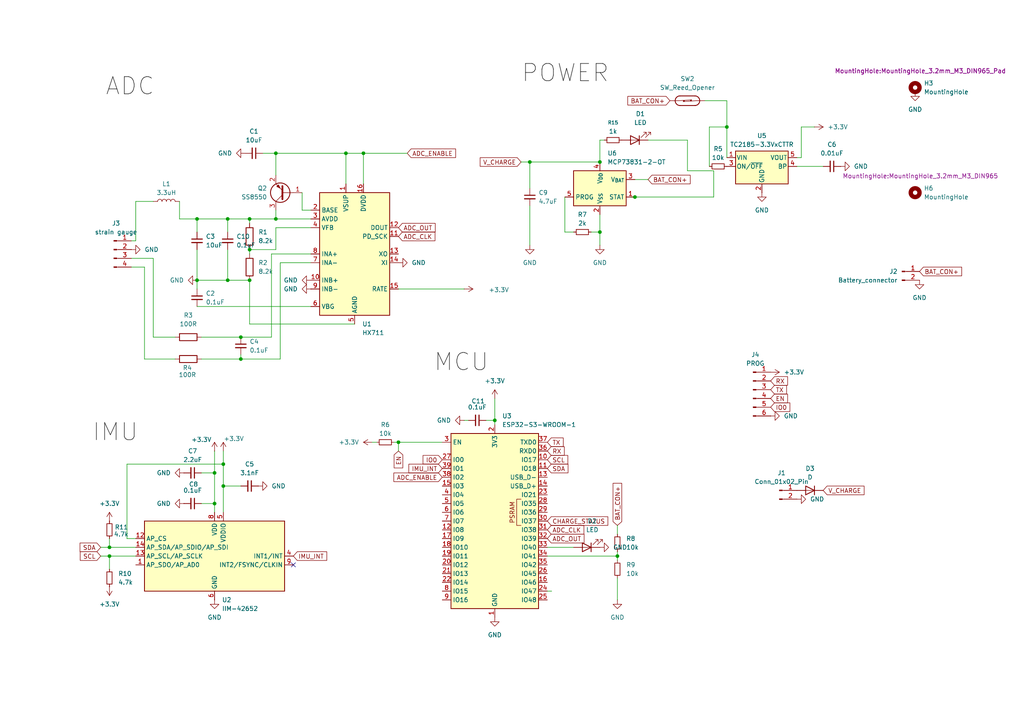
<source format=kicad_sch>
(kicad_sch (version 20250114) (generator "eeschema") (generator_version "9.0")
  (paper "A4")
  (lib_symbols
    (symbol "Analog_ADC:HX711"
      (property "Reference" "U" (at 5.08 21.59 0))
      (property "Value" "HX711" (at 7.62 19.05 0))
      (symbol "HX711_0_1"
        (rectangle (start -10.16 17.78) (end 10.16 -17.78) (stroke (width 0.254)) (fill (type background)))
      )
      (symbol "HX711_1_1"
        (pin passive line (at -12.7 12.7 0) (length 2.54) (name "BASE") (number "2"))
        (pin power_in line (at -12.7 10.16 0) (length 2.54) (name "AVDD") (number "3"))
        (pin input line (at -12.7 7.62 0) (length 2.54) (name "VFB") (number "4"))
        (pin input line (at -12.7 0 0) (length 2.54) (name "INA+") (number "8"))
        (pin input line (at -12.7 -2.54 0) (length 2.54) (name "INA-") (number "7"))
        (pin input line (at -12.7 -7.62 0) (length 2.54) (name "INB+") (number "10"))
        (pin input line (at -12.7 -10.16 0) (length 2.54) (name "INB-") (number "9"))
        (pin passive line (at -12.7 -15.24 0) (length 2.54) (name "VBG") (number "6"))
        (pin power_in line (at -2.54 20.32 270) (length 2.54) (name "VSUP") (number "1"))
        (pin power_in line (at 0 -20.32 90) (length 2.54) (name "AGND") (number "5"))
        (pin power_in line (at 2.54 20.32 270) (length 2.54) (name "DVDD") (number "16"))
        (pin output line (at 12.7 7.62 180) (length 2.54) (name "DOUT") (number "12"))
        (pin input line (at 12.7 5.08 180) (length 2.54) (name "PD_SCK") (number "11"))
        (pin passive line (at 12.7 0 180) (length 2.54) (name "XO") (number "13"))
        (pin passive line (at 12.7 -2.54 180) (length 2.54) (name "XI") (number "14"))
        (pin input line (at 12.7 -10.16 180) (length 2.54) (name "RATE") (number "15"))
      )
    )
    (symbol "Battery_Management:MCP73831-2-OT"
      (property "Reference" "U" (at -7.62 6.35 0))
      (property "Value" "MCP73831-2-OT" (at 1.27 6.35 0))
      (symbol "MCP73831-2-OT_0_1"
        (rectangle (start -7.62 5.08) (end 7.62 -5.08) (stroke (width 0.254)) (fill (type background)))
      )
      (symbol "MCP73831-2-OT_1_1"
        (pin input line (at -10.16 -2.54 0) (length 2.54) (name "PROG") (number "5"))
        (pin power_in line (at 0 7.62 270) (length 2.54) (name "V_{DD}") (number "4"))
        (pin power_in line (at 0 -7.62 90) (length 2.54) (name "V_{SS}") (number "2"))
        (pin power_out line (at 10.16 2.54 180) (length 2.54) (name "V_{BAT}") (number "3"))
        (pin tri_state line (at 10.16 -2.54 180) (length 2.54) (name "STAT") (number "1"))
      )
    )
    (symbol "Connector:Conn_01x02_Pin" (pin_names (offset 1.016) (hide yes))
      (property "Reference" "J" (at 0 2.54 0))
      (property "Value" "Conn_01x02_Pin" (at 0 -5.08 0))
      (symbol "Conn_01x02_Pin_1_1"
        (rectangle (start 0.8636 0.127) (end 0 -0.127) (stroke (width 0.1524)) (fill (type outline)))
        (rectangle (start 0.8636 -2.413) (end 0 -2.667) (stroke (width 0.1524)) (fill (type outline)))
        (polyline (pts (xy 1.27 0) (xy 0.8636 0)) (stroke (width 0.1524)))
        (polyline (pts (xy 1.27 -2.54) (xy 0.8636 -2.54)) (stroke (width 0.1524)))
        (pin passive line (at 5.08 0 180) (length 3.81) (name "Pin_1") (number "1"))
        (pin passive line (at 5.08 -2.54 180) (length 3.81) (name "Pin_2") (number "2"))
      )
    )
    (symbol "Connector:Conn_01x04_Pin" (pin_names (offset 1.016) (hide yes))
      (property "Reference" "J" (at 0 5.08 0))
      (property "Value" "Conn_01x04_Pin" (at 0 -7.62 0))
      (symbol "Conn_01x04_Pin_1_1"
        (rectangle (start 0.8636 2.667) (end 0 2.413) (stroke (width 0.1524)) (fill (type outline)))
        (rectangle (start 0.8636 0.127) (end 0 -0.127) (stroke (width 0.1524)) (fill (type outline)))
        (rectangle (start 0.8636 -2.413) (end 0 -2.667) (stroke (width 0.1524)) (fill (type outline)))
        (rectangle (start 0.8636 -4.953) (end 0 -5.207) (stroke (width 0.1524)) (fill (type outline)))
        (polyline (pts (xy 1.27 2.54) (xy 0.8636 2.54)) (stroke (width 0.1524)))
        (polyline (pts (xy 1.27 0) (xy 0.8636 0)) (stroke (width 0.1524)))
        (polyline (pts (xy 1.27 -2.54) (xy 0.8636 -2.54)) (stroke (width 0.1524)))
        (polyline (pts (xy 1.27 -5.08) (xy 0.8636 -5.08)) (stroke (width 0.1524)))
        (pin passive line (at 5.08 2.54 180) (length 3.81) (name "Pin_1") (number "1"))
        (pin passive line (at 5.08 0 180) (length 3.81) (name "Pin_2") (number "2"))
        (pin passive line (at 5.08 -2.54 180) (length 3.81) (name "Pin_3") (number "3"))
        (pin passive line (at 5.08 -5.08 180) (length 3.81) (name "Pin_4") (number "4"))
      )
    )
    (symbol "Connector:Conn_01x06_Pin" (pin_names (offset 1.016) (hide yes))
      (property "Reference" "J" (at 0 7.62 0))
      (property "Value" "Conn_01x06_Pin" (at 0 -10.16 0))
      (symbol "Conn_01x06_Pin_1_1"
        (rectangle (start 0.8636 5.207) (end 0 4.953) (stroke (width 0.1524)) (fill (type outline)))
        (rectangle (start 0.8636 2.667) (end 0 2.413) (stroke (width 0.1524)) (fill (type outline)))
        (rectangle (start 0.8636 0.127) (end 0 -0.127) (stroke (width 0.1524)) (fill (type outline)))
        (rectangle (start 0.8636 -2.413) (end 0 -2.667) (stroke (width 0.1524)) (fill (type outline)))
        (rectangle (start 0.8636 -4.953) (end 0 -5.207) (stroke (width 0.1524)) (fill (type outline)))
        (rectangle (start 0.8636 -7.493) (end 0 -7.747) (stroke (width 0.1524)) (fill (type outline)))
        (polyline (pts (xy 1.27 5.08) (xy 0.8636 5.08)) (stroke (width 0.1524)))
        (polyline (pts (xy 1.27 2.54) (xy 0.8636 2.54)) (stroke (width 0.1524)))
        (polyline (pts (xy 1.27 0) (xy 0.8636 0)) (stroke (width 0.1524)))
        (polyline (pts (xy 1.27 -2.54) (xy 0.8636 -2.54)) (stroke (width 0.1524)))
        (polyline (pts (xy 1.27 -5.08) (xy 0.8636 -5.08)) (stroke (width 0.1524)))
        (polyline (pts (xy 1.27 -7.62) (xy 0.8636 -7.62)) (stroke (width 0.1524)))
        (pin passive line (at 5.08 5.08 180) (length 3.81) (name "Pin_1") (number "1"))
        (pin passive line (at 5.08 2.54 180) (length 3.81) (name "Pin_2") (number "2"))
        (pin passive line (at 5.08 0 180) (length 3.81) (name "Pin_3") (number "3"))
        (pin passive line (at 5.08 -2.54 180) (length 3.81) (name "Pin_4") (number "4"))
        (pin passive line (at 5.08 -5.08 180) (length 3.81) (name "Pin_5") (number "5"))
        (pin passive line (at 5.08 -7.62 180) (length 3.81) (name "Pin_6") (number "6"))
      )
    )
    (symbol "Device:C_Small" (pin_numbers (hide yes)) (pin_names (offset 0.254) (hide yes))
      (property "Reference" "C" (at 0.254 1.778 0))
      (property "Value" "C_Small" (at 0.254 -2.032 0))
      (symbol "C_Small_0_1"
        (polyline (pts (xy -1.524 0.508) (xy 1.524 0.508)) (stroke (width 0.3048)))
        (polyline (pts (xy -1.524 -0.508) (xy 1.524 -0.508)) (stroke (width 0.3302)))
      )
      (symbol "C_Small_1_1"
        (pin passive line (at 0 2.54 270) (length 2.032) (name "~") (number "1"))
        (pin passive line (at 0 -2.54 90) (length 2.032) (name "~") (number "2"))
      )
    )
    (symbol "Device:D" (pin_numbers (hide yes)) (pin_names (offset 1.016) (hide yes))
      (property "Reference" "D" (at 0 2.54 0))
      (property "Value" "D" (at 0 -2.54 0))
      (symbol "D_0_1"
        (polyline (pts (xy -1.27 1.27) (xy -1.27 -1.27)) (stroke (width 0.254)))
        (polyline (pts (xy 1.27 1.27) (xy 1.27 -1.27) (xy -1.27 0) (xy 1.27 1.27)) (stroke (width 0.254)))
        (polyline (pts (xy 1.27 0) (xy -1.27 0)))
      )
      (symbol "D_1_1"
        (pin passive line (at -3.81 0 0) (length 2.54) (name "K") (number "1"))
        (pin passive line (at 3.81 0 180) (length 2.54) (name "A") (number "2"))
      )
    )
    (symbol "Device:L" (pin_numbers (hide yes)) (pin_names (offset 1.016) (hide yes))
      (property "Reference" "L" (at -1.27 0 90))
      (property "Value" "L" (at 1.905 0 90))
      (symbol "L_0_1"
        (arc (start 0 2.54) (mid 0.6323 1.905) (end 0 1.27))
        (arc (start 0 1.27) (mid 0.6323 0.635) (end 0 0))
        (arc (start 0 0) (mid 0.6323 -0.635) (end 0 -1.27))
        (arc (start 0 -1.27) (mid 0.6323 -1.905) (end 0 -2.54))
      )
      (symbol "L_1_1"
        (pin passive line (at 0 3.81 270) (length 1.27) (name "1") (number "1"))
        (pin passive line (at 0 -3.81 90) (length 1.27) (name "2") (number "2"))
      )
    )
    (symbol "Device:LED" (pin_numbers (hide yes)) (pin_names (offset 1.016) (hide yes))
      (property "Reference" "D" (at 0 2.54 0))
      (property "Value" "LED" (at 0 -2.54 0))
      (symbol "LED_0_1"
        (polyline (pts (xy -3.048 -0.762) (xy -4.572 -2.286) (xy -3.81 -2.286) (xy -4.572 -2.286) (xy -4.572 -1.524)))
        (polyline (pts (xy -1.778 -0.762) (xy -3.302 -2.286) (xy -2.54 -2.286) (xy -3.302 -2.286) (xy -3.302 -1.524)))
        (polyline (pts (xy -1.27 0) (xy 1.27 0)))
        (polyline (pts (xy -1.27 -1.27) (xy -1.27 1.27)) (stroke (width 0.254)))
        (polyline (pts (xy 1.27 -1.27) (xy 1.27 1.27) (xy -1.27 0) (xy 1.27 -1.27)) (stroke (width 0.254)))
      )
      (symbol "LED_1_1"
        (pin passive line (at -3.81 0 0) (length 2.54) (name "K") (number "1"))
        (pin passive line (at 3.81 0 180) (length 2.54) (name "A") (number "2"))
      )
    )
    (symbol "Device:R" (pin_numbers (hide yes)) (pin_names (offset 0))
      (property "Reference" "R" (at 2.032 0 90))
      (property "Value" "R" (at 0 0 90))
      (symbol "R_0_1"
        (rectangle (start -1.016 -2.54) (end 1.016 2.54) (stroke (width 0.254)))
      )
      (symbol "R_1_1"
        (pin passive line (at 0 3.81 270) (length 1.27) (name "~") (number "1"))
        (pin passive line (at 0 -3.81 90) (length 1.27) (name "~") (number "2"))
      )
    )
    (symbol "Device:R_Small" (pin_numbers (hide yes)) (pin_names (offset 0.254) (hide yes))
      (property "Reference" "R" (at 0.762 0.508 0))
      (property "Value" "R_Small" (at 0.762 -1.016 0))
      (symbol "R_Small_0_1"
        (rectangle (start -0.762 1.778) (end 0.762 -1.778) (stroke (width 0.2032)))
      )
      (symbol "R_Small_1_1"
        (pin passive line (at 0 2.54 270) (length 0.762) (name "~") (number "1"))
        (pin passive line (at 0 -2.54 90) (length 0.762) (name "~") (number "2"))
      )
    )
    (symbol "Mechanical:MountingHole" (pin_names (offset 1.016)) (in_bom no)
      (property "Reference" "H" (at 0 5.08 0))
      (property "Value" "MountingHole" (at 0 3.175 0))
      (symbol "MountingHole_0_1"
        (circle (center 0 0) (radius 1.27) (stroke (width 1.27)))
      )
    )
    (symbol "RF_Module:ESP32-S3-WROOM-1"
      (property "Reference" "U" (at -12.7 26.67 0))
      (property "Value" "ESP32-S3-WROOM-1" (at 12.7 26.67 0))
      (symbol "ESP32-S3-WROOM-1_0_0"
        (rectangle (start -12.7 25.4) (end 12.7 -25.4) (stroke (width 0.254)) (fill (type background)))
        (text "PSRAM" (at 5.08 2.54 900) (effects (font (size 1.27 1.27))))
      )
      (symbol "ESP32-S3-WROOM-1_0_1"
        (polyline (pts (xy 7.62 -1.27) (xy 6.35 -1.27) (xy 6.35 6.35) (xy 7.62 6.35)))
      )
      (symbol "ESP32-S3-WROOM-1_1_1"
        (pin input line (at -15.24 22.86 0) (length 2.54) (name "EN") (number "3"))
        (pin bidirectional line (at -15.24 17.78 0) (length 2.54) (name "IO0") (number "27"))
        (pin bidirectional line (at -15.24 15.24 0) (length 2.54) (name "IO1") (number "39"))
        (pin bidirectional line (at -15.24 12.7 0) (length 2.54) (name "IO2") (number "38"))
        (pin bidirectional line (at -15.24 10.16 0) (length 2.54) (name "IO3") (number "15"))
        (pin bidirectional line (at -15.24 7.62 0) (length 2.54) (name "IO4") (number "4"))
        (pin bidirectional line (at -15.24 5.08 0) (length 2.54) (name "IO5") (number "5"))
        (pin bidirectional line (at -15.24 2.54 0) (length 2.54) (name "IO6") (number "6"))
        (pin bidirectional line (at -15.24 0 0) (length 2.54) (name "IO7") (number "7"))
        (pin bidirectional line (at -15.24 -2.54 0) (length 2.54) (name "IO8") (number "12"))
        (pin bidirectional line (at -15.24 -5.08 0) (length 2.54) (name "IO9") (number "17"))
        (pin bidirectional line (at -15.24 -7.62 0) (length 2.54) (name "IO10") (number "18"))
        (pin bidirectional line (at -15.24 -10.16 0) (length 2.54) (name "IO11") (number "19"))
        (pin bidirectional line (at -15.24 -12.7 0) (length 2.54) (name "IO12") (number "20"))
        (pin bidirectional line (at -15.24 -15.24 0) (length 2.54) (name "IO13") (number "21"))
        (pin bidirectional line (at -15.24 -17.78 0) (length 2.54) (name "IO14") (number "22"))
        (pin bidirectional line (at -15.24 -20.32 0) (length 2.54) (name "IO15") (number "8"))
        (pin bidirectional line (at -15.24 -22.86 0) (length 2.54) (name "IO16") (number "9"))
        (pin power_in line (at 0 27.94 270) (length 2.54) (name "3V3") (number "2"))
        (pin power_in line (at 0 -27.94 90) (length 2.54) (name "GND") (number "1"))
        (pin passive line (at 0 -27.94 90) (length 2.54) (hide yes) (name "GND") (number "40"))
        (pin passive line (at 0 -27.94 90) (length 2.54) (hide yes) (name "GND") (number "41"))
        (pin bidirectional line (at 15.24 22.86 180) (length 2.54) (name "TXD0") (number "37"))
        (pin bidirectional line (at 15.24 20.32 180) (length 2.54) (name "RXD0") (number "36"))
        (pin bidirectional line (at 15.24 17.78 180) (length 2.54) (name "IO17") (number "10"))
        (pin bidirectional line (at 15.24 15.24 180) (length 2.54) (name "IO18") (number "11"))
        (pin bidirectional line (at 15.24 12.7 180) (length 2.54) (name "USB_D-") (number "13"))
        (pin bidirectional line (at 15.24 10.16 180) (length 2.54) (name "USB_D+") (number "14"))
        (pin bidirectional line (at 15.24 7.62 180) (length 2.54) (name "IO21") (number "23"))
        (pin bidirectional line (at 15.24 5.08 180) (length 2.54) (name "IO35") (number "28"))
        (pin bidirectional line (at 15.24 2.54 180) (length 2.54) (name "IO36") (number "29"))
        (pin bidirectional line (at 15.24 0 180) (length 2.54) (name "IO37") (number "30"))
        (pin bidirectional line (at 15.24 -2.54 180) (length 2.54) (name "IO38") (number "31"))
        (pin bidirectional line (at 15.24 -5.08 180) (length 2.54) (name "IO39") (number "32"))
        (pin bidirectional line (at 15.24 -7.62 180) (length 2.54) (name "IO40") (number "33"))
        (pin bidirectional line (at 15.24 -10.16 180) (length 2.54) (name "IO41") (number "34"))
        (pin bidirectional line (at 15.24 -12.7 180) (length 2.54) (name "IO42") (number "35"))
        (pin bidirectional line (at 15.24 -15.24 180) (length 2.54) (name "IO45") (number "26"))
        (pin bidirectional line (at 15.24 -17.78 180) (length 2.54) (name "IO46") (number "16"))
        (pin bidirectional line (at 15.24 -20.32 180) (length 2.54) (name "IO47") (number "24"))
        (pin bidirectional line (at 15.24 -22.86 180) (length 2.54) (name "IO48") (number "25"))
      )
    )
    (symbol "R_Small_1" (pin_numbers (hide yes)) (pin_names (offset 0.254) (hide yes))
      (property "Reference" "R" (at 0 0 90))
      (property "Value" "R_Small" (at 1.778 0 90))
      (symbol "R_Small_1_0_1"
        (rectangle (start -0.762 1.778) (end 0.762 -1.778) (stroke (width 0.2032)))
      )
      (symbol "R_Small_1_1_1"
        (pin passive line (at 0 2.54 270) (length 0.762) (name "~") (number "1"))
        (pin passive line (at 0 -2.54 90) (length 0.762) (name "~") (number "2"))
      )
    )
    (symbol "Regulator_Linear:TC2185-3.3VxCTTR" (pin_names (offset 0.254))
      (property "Reference" "U" (at -6.35 5.715 0))
      (property "Value" "TC2185-3.3VxCTTR" (at 0 5.715 0))
      (symbol "TC2185-3.3VxCTTR_0_1"
        (rectangle (start -7.62 -5.08) (end 7.62 4.445) (stroke (width 0.254)) (fill (type background)))
      )
      (symbol "TC2185-3.3VxCTTR_1_1"
        (pin power_in line (at -10.16 2.54 0) (length 2.54) (name "VIN") (number "1"))
        (pin input line (at -10.16 0 0) (length 2.54) (name "ON/~{OFF}") (number "3"))
        (pin power_in line (at 0 -7.62 90) (length 2.54) (name "GND") (number "2"))
        (pin power_out line (at 10.16 2.54 180) (length 2.54) (name "VOUT") (number "5"))
        (pin input line (at 10.16 0 180) (length 2.54) (name "BP") (number "4"))
      )
    )
    (symbol "Sensor_Motion:IIM-42652"
      (property "Reference" "U" (at -19.05 11.43 0))
      (property "Value" "IIM-42652" (at 15.24 11.43 0))
      (symbol "IIM-42652_0_1"
        (rectangle (start -20.32 10.16) (end 20.32 -10.16) (stroke (width 0.254)) (fill (type background)))
      )
      (symbol "IIM-42652_1_1"
        (pin input line (at -22.86 5.08 0) (length 2.54) (name "AP_CS") (number "12"))
        (pin bidirectional line (at -22.86 2.54 0) (length 2.54) (name "AP_SDA/AP_SDIO/AP_SDI") (number "14"))
        (pin input line (at -22.86 0 0) (length 2.54) (name "AP_SCL/AP_SCLK") (number "13"))
        (pin input line (at -22.86 -2.54 0) (length 2.54) (name "AP_SDO/AP_AD0") (number "1"))
        (pin power_in line (at 0 12.7 270) (length 2.54) (name "VDD") (number "8"))
        (pin power_in line (at 0 -12.7 90) (length 2.54) (name "GND") (number "6"))
        (pin passive line (at 0 -12.7 90) (length 2.54) (hide yes) (name "GND") (number "7"))
        (pin power_in line (at 2.54 12.7 270) (length 2.54) (name "VDDIO") (number "5"))
        (pin no_connect line (at 20.32 7.62 180) (length 2.54) (hide yes) (name "RESV") (number "2"))
        (pin no_connect line (at 20.32 5.08 180) (length 2.54) (hide yes) (name "RESV") (number "3"))
        (pin no_connect line (at 20.32 2.54 180) (length 2.54) (hide yes) (name "RESV") (number "10"))
        (pin no_connect line (at 20.32 -7.62 180) (length 2.54) (hide yes) (name "RESV") (number "11"))
        (pin output line (at 22.86 0 180) (length 2.54) (name "INT1/INT") (number "4"))
        (pin bidirectional line (at 22.86 -2.54 180) (length 2.54) (name "INT2/FSYNC/CLKIN") (number "9"))
      )
    )
    (symbol "Switch:SW_Reed_Opener" (pin_numbers (hide yes)) (pin_names (offset 0) (hide yes))
      (property "Reference" "SW" (at 0 2.54 0))
      (property "Value" "SW_Reed_Opener" (at 0 -2.54 0))
      (symbol "SW_Reed_Opener_0_0"
        (polyline (pts (xy -2.54 0) (xy 1.27 0.254)))
        (polyline (pts (xy -2.159 -1.397) (xy 2.286 -1.397)) (stroke (width 0.254)))
        (arc (start -2.159 -1.397) (mid -3.55 0) (end -2.159 1.397) (stroke (width 0.254)))
        (arc (start 2.159 1.397) (mid 3.55 0) (end 2.159 -1.397) (stroke (width 0.254)))
        (polyline (pts (xy 2.159 1.397) (xy -2.159 1.397)) (stroke (width 0.254)))
        (polyline (pts (xy 2.54 0) (xy -1.27 -0.254)))
      )
      (symbol "SW_Reed_Opener_0_1"
        (rectangle (start -1.1684 0.0508) (end -0.8636 -0.2032) (fill (type outline)))
        (rectangle (start 0.889 0.1778) (end 1.143 -0.0762) (fill (type outline)))
      )
      (symbol "SW_Reed_Opener_1_1"
        (pin passive line (at -5.08 0 0) (length 2.54) (name "1") (number "1"))
        (pin passive line (at 5.08 0 180) (length 2.54) (name "2") (number "2"))
      )
    )
    (symbol "Transistor_BJT:SS8550" (pin_names (offset 0) (hide yes))
      (property "Reference" "Q" (at 5.08 1.905 0))
      (property "Value" "SS8550" (at 5.08 0 0))
      (symbol "SS8550_0_1"
        (polyline (pts (xy -2.54 0) (xy 0.635 0)))
        (polyline (pts (xy 0.635 1.905) (xy 0.635 -1.905)) (stroke (width 0.508)))
        (polyline (pts (xy 0.635 0.635) (xy 2.54 2.54)))
        (polyline (pts (xy 0.635 -0.635) (xy 2.54 -2.54)))
        (circle (center 1.27 0) (radius 2.8194) (stroke (width 0.254)))
        (polyline (pts (xy 2.286 -1.778) (xy 1.778 -2.286) (xy 1.27 -1.27) (xy 2.286 -1.778)) (fill (type outline)))
      )
      (symbol "SS8550_1_1"
        (pin input line (at -5.08 0 0) (length 2.54) (name "B") (number "1"))
        (pin passive line (at 2.54 5.08 270) (length 2.54) (name "C") (number "3"))
        (pin passive line (at 2.54 -5.08 90) (length 2.54) (name "E") (number "2"))
      )
    )
    (symbol "power:+3.3V" (power) (pin_numbers (hide yes)) (pin_names (offset 0) (hide yes))
      (property "Value" "+3.3V" (at 0 3.556 0))
      (symbol "+3.3V_0_1"
        (polyline (pts (xy -0.762 1.27) (xy 0 2.54)))
        (polyline (pts (xy 0 2.54) (xy 0.762 1.27)))
        (polyline (pts (xy 0 0) (xy 0 2.54)))
      )
      (symbol "+3.3V_1_1"
        (pin power_in line (at 0 0 90) (length 0) (name "~") (number "1"))
      )
    )
    (symbol "power:GND" (power) (pin_numbers (hide yes)) (pin_names (offset 0) (hide yes))
      (property "Value" "GND" (at 0 -3.81 0))
      (symbol "GND_0_1"
        (polyline (pts (xy 0 0) (xy 0 -1.27) (xy 1.27 -1.27) (xy 0 -2.54) (xy -1.27 -1.27) (xy 0 -1.27)))
      )
      (symbol "GND_1_1"
        (pin power_in line (at 0 0 270) (length 0) (name "~") (number "1"))
      )
    )
  )
  (junction (at 64.77 140.97))
  (junction (at 115.57 128.27))
  (junction (at 72.39 63.5))
  (junction (at 173.99 67.31))
  (junction (at 69.85 104.14))
  (junction (at 173.99 46.99))
  (junction (at 179.07 161.29))
  (junction (at 72.39 72.39))
  (junction (at 69.85 97.79))
  (junction (at 57.15 81.28))
  (junction (at 62.23 146.05))
  (junction (at 31.75 161.29))
  (junction (at 66.04 81.28))
  (junction (at 66.04 63.5))
  (junction (at 64.77 134.62))
  (junction (at 57.15 63.5))
  (junction (at 72.39 81.28))
  (junction (at 100.33 44.45))
  (junction (at 80.01 44.45))
  (junction (at 62.23 137.16))
  (junction (at 210.82 36.83))
  (junction (at 184.15 57.15))
  (junction (at 105.41 44.45))
  (junction (at 31.75 158.75))
  (junction (at 80.01 63.5))
  (junction (at 153.67 46.99))
  (junction (at 143.51 121.92))
  (no_connect (at 85.09 163.83))
  (wire (pts (xy 36.83 134.62) (xy 36.83 156.21)))
  (wire (pts (xy 80.01 63.5) (xy 90.17 63.5)))
  (wire (pts (xy 187.96 52.07) (xy 184.15 52.07)))
  (wire (pts (xy 179.07 161.29) (xy 179.07 162.56)))
  (wire (pts (xy 100.33 44.45) (xy 100.33 53.34)))
  (wire (pts (xy 44.45 97.79) (xy 44.45 74.93)))
  (wire (pts (xy 171.45 67.31) (xy 173.99 67.31)))
  (wire (pts (xy 173.99 40.64) (xy 175.26 40.64)))
  (wire (pts (xy 29.21 161.29) (xy 31.75 161.29)))
  (wire (pts (xy 39.37 58.42) (xy 44.45 58.42)))
  (wire (pts (xy 140.97 121.92) (xy 143.51 121.92)))
  (wire (pts (xy 107.95 128.27) (xy 109.22 128.27)))
  (wire (pts (xy 205.74 36.83) (xy 210.82 36.83)))
  (wire (pts (xy 105.41 44.45) (xy 118.11 44.45)))
  (wire (pts (xy 143.51 121.92) (xy 143.51 123.19)))
  (wire (pts (xy 90.17 76.2) (xy 81.28 76.2)))
  (wire (pts (xy 72.39 63.5) (xy 80.01 63.5)))
  (wire (pts (xy 182.88 57.15) (xy 184.15 57.15)))
  (wire (pts (xy 57.15 88.9) (xy 90.17 88.9)))
  (wire (pts (xy 58.42 146.05) (xy 62.23 146.05)))
  (wire (pts (xy 31.75 156.21) (xy 31.75 158.75)))
  (wire (pts (xy 179.07 152.4) (xy 179.07 154.94)))
  (wire (pts (xy 80.01 66.04) (xy 80.01 72.39)))
  (wire (pts (xy 210.82 29.21) (xy 204.47 29.21)))
  (wire (pts (xy 87.63 60.96) (xy 90.17 60.96)))
  (wire (pts (xy 57.15 72.39) (xy 57.15 81.28)))
  (wire (pts (xy 115.57 83.82) (xy 134.62 83.82)))
  (wire (pts (xy 31.75 158.75) (xy 39.37 158.75)))
  (wire (pts (xy 66.04 63.5) (xy 66.04 67.31)))
  (wire (pts (xy 210.82 29.21) (xy 210.82 36.83)))
  (wire (pts (xy 158.75 161.29) (xy 179.07 161.29)))
  (wire (pts (xy 166.37 158.75) (xy 158.75 158.75)))
  (wire (pts (xy 72.39 72.39) (xy 72.39 73.66)))
  (wire (pts (xy 179.07 160.02) (xy 179.07 161.29)))
  (wire (pts (xy 58.42 104.14) (xy 69.85 104.14)))
  (wire (pts (xy 41.91 104.14) (xy 41.91 77.47)))
  (wire (pts (xy 100.33 44.45) (xy 105.41 44.45)))
  (wire (pts (xy 232.41 36.83) (xy 232.41 45.72)))
  (wire (pts (xy 36.83 134.62) (xy 64.77 134.62)))
  (wire (pts (xy 143.51 115.57) (xy 143.51 121.92)))
  (wire (pts (xy 66.04 63.5) (xy 72.39 63.5)))
  (wire (pts (xy 114.3 128.27) (xy 115.57 128.27)))
  (wire (pts (xy 78.74 73.66) (xy 78.74 97.79)))
  (wire (pts (xy 64.77 134.62) (xy 64.77 140.97)))
  (wire (pts (xy 69.85 102.87) (xy 69.85 104.14)))
  (wire (pts (xy 62.23 130.81) (xy 62.23 137.16)))
  (wire (pts (xy 207.01 49.53) (xy 207.01 57.15)))
  (wire (pts (xy 134.62 121.92) (xy 135.89 121.92)))
  (wire (pts (xy 76.2 44.45) (xy 80.01 44.45)))
  (wire (pts (xy 72.39 72.39) (xy 80.01 72.39)))
  (wire (pts (xy 87.63 55.88) (xy 87.63 60.96)))
  (wire (pts (xy 210.82 36.83) (xy 210.82 45.72)))
  (wire (pts (xy 57.15 81.28) (xy 57.15 83.82)))
  (wire (pts (xy 173.99 46.99) (xy 173.99 40.64)))
  (wire (pts (xy 115.57 130.81) (xy 115.57 128.27)))
  (wire (pts (xy 38.1 74.93) (xy 44.45 74.93)))
  (wire (pts (xy 62.23 146.05) (xy 62.23 148.59)))
  (wire (pts (xy 153.67 46.99) (xy 173.99 46.99)))
  (wire (pts (xy 160.02 171.45) (xy 158.75 171.45)))
  (wire (pts (xy 80.01 44.45) (xy 100.33 44.45)))
  (wire (pts (xy 173.99 67.31) (xy 173.99 71.12)))
  (wire (pts (xy 57.15 63.5) (xy 66.04 63.5)))
  (wire (pts (xy 81.28 76.2) (xy 81.28 104.14)))
  (wire (pts (xy 64.77 130.81) (xy 64.77 134.62)))
  (wire (pts (xy 80.01 44.45) (xy 80.01 50.8)))
  (wire (pts (xy 80.01 60.96) (xy 80.01 63.5)))
  (wire (pts (xy 31.75 161.29) (xy 39.37 161.29)))
  (wire (pts (xy 105.41 44.45) (xy 105.41 53.34)))
  (wire (pts (xy 153.67 59.69) (xy 153.67 71.12)))
  (wire (pts (xy 58.42 137.16) (xy 62.23 137.16)))
  (wire (pts (xy 236.22 36.83) (xy 232.41 36.83)))
  (wire (pts (xy 58.42 97.79) (xy 69.85 97.79)))
  (wire (pts (xy 38.1 69.85) (xy 39.37 69.85)))
  (wire (pts (xy 153.67 46.99) (xy 153.67 54.61)))
  (wire (pts (xy 36.83 156.21) (xy 39.37 156.21)))
  (wire (pts (xy 151.13 46.99) (xy 153.67 46.99)))
  (wire (pts (xy 50.8 104.14) (xy 41.91 104.14)))
  (wire (pts (xy 205.74 48.26) (xy 205.74 36.83)))
  (wire (pts (xy 57.15 63.5) (xy 52.07 63.5)))
  (wire (pts (xy 64.77 140.97) (xy 69.85 140.97)))
  (wire (pts (xy 52.07 63.5) (xy 52.07 58.42)))
  (wire (pts (xy 102.87 93.98) (xy 72.39 93.98)))
  (wire (pts (xy 31.75 161.29) (xy 31.75 165.1)))
  (wire (pts (xy 184.15 57.15) (xy 207.01 57.15)))
  (wire (pts (xy 179.07 167.64) (xy 179.07 173.99)))
  (wire (pts (xy 64.77 140.97) (xy 64.77 148.59)))
  (wire (pts (xy 72.39 81.28) (xy 72.39 93.98)))
  (wire (pts (xy 173.99 62.23) (xy 173.99 67.31)))
  (wire (pts (xy 187.96 40.64) (xy 199.39 40.64)))
  (wire (pts (xy 163.83 57.15) (xy 163.83 67.31)))
  (wire (pts (xy 90.17 66.04) (xy 80.01 66.04)))
  (wire (pts (xy 199.39 40.64) (xy 199.39 49.53)))
  (wire (pts (xy 66.04 81.28) (xy 72.39 81.28)))
  (wire (pts (xy 50.8 97.79) (xy 44.45 97.79)))
  (wire (pts (xy 115.57 128.27) (xy 128.27 128.27)))
  (wire (pts (xy 62.23 137.16) (xy 62.23 146.05)))
  (wire (pts (xy 199.39 49.53) (xy 207.01 49.53)))
  (wire (pts (xy 57.15 81.28) (xy 66.04 81.28)))
  (wire (pts (xy 69.85 97.79) (xy 78.74 97.79)))
  (wire (pts (xy 238.76 48.26) (xy 231.14 48.26)))
  (wire (pts (xy 39.37 58.42) (xy 39.37 69.85)))
  (wire (pts (xy 57.15 67.31) (xy 57.15 63.5)))
  (wire (pts (xy 38.1 77.47) (xy 41.91 77.47)))
  (wire (pts (xy 66.04 72.39) (xy 66.04 81.28)))
  (wire (pts (xy 69.85 104.14) (xy 81.28 104.14)))
  (wire (pts (xy 90.17 73.66) (xy 78.74 73.66)))
  (wire (pts (xy 29.21 158.75) (xy 31.75 158.75)))
  (wire (pts (xy 166.37 67.31) (xy 163.83 67.31)))
  (wire (pts (xy 232.41 45.72) (xy 231.14 45.72)))
  (wire (pts (xy 72.39 63.5) (xy 72.39 64.77)))
  (label "IMU" (at 26.67 129.54 0) (effects (font (size 5 5))))
  (label "POWER" (at 151.13 25.4 0) (effects (font (size 5 5))))
  (label "MCU" (at 125.73 109.22 0) (effects (font (size 5 5))))
  (label "ADC" (at 30.48 29.21 0) (effects (font (size 5 5))))
  (global_label "CHARGE_STATUS" (shape input) (at 158.75 151.13 0) (property "Intersheetrefs" "${INTERSHEET_REFS}" (effects (hide yes))))
  (global_label "EN" (shape input) (at 115.57 130.81 270) (property "Intersheetrefs" "${INTERSHEET_REFS}" (effects (hide yes))))
  (global_label "V_CHARGE" (shape input) (at 151.13 46.99 180) (property "Intersheetrefs" "${INTERSHEET_REFS}" (effects (hide yes))))
  (global_label "EN" (shape input) (at 223.52 115.57 0) (property "Intersheetrefs" "${INTERSHEET_REFS}" (effects (hide yes))))
  (global_label "ADC_ENABLE" (shape input) (at 118.11 44.45 0) (property "Intersheetrefs" "${INTERSHEET_REFS}" (effects (hide yes))))
  (global_label "V_CHARGE" (shape input) (at 238.76 142.24 0) (property "Intersheetrefs" "${INTERSHEET_REFS}" (effects (hide yes))))
  (global_label "SCL" (shape input) (at 29.21 161.29 180) (property "Intersheetrefs" "${INTERSHEET_REFS}" (effects (hide yes))))
  (global_label "ADC_ENABLE" (shape input) (at 128.27 138.43 180) (property "Intersheetrefs" "${INTERSHEET_REFS}" (effects (hide yes))))
  (global_label "IMU_INT" (shape input) (at 128.27 135.89 180) (property "Intersheetrefs" "${INTERSHEET_REFS}" (effects (hide yes))))
  (global_label "IO0" (shape input) (at 223.52 118.11 0) (property "Intersheetrefs" "${INTERSHEET_REFS}" (effects (hide yes))))
  (global_label "ADC_CLK" (shape input) (at 158.75 153.67 0) (property "Intersheetrefs" "${INTERSHEET_REFS}" (effects (hide yes))))
  (global_label "RX" (shape input) (at 223.52 110.49 0) (property "Intersheetrefs" "${INTERSHEET_REFS}" (effects (hide yes))))
  (global_label "ADC_CLK" (shape input) (at 115.57 68.58 0) (property "Intersheetrefs" "${INTERSHEET_REFS}" (effects (hide yes))))
  (global_label "SCL" (shape input) (at 158.75 133.35 0) (property "Intersheetrefs" "${INTERSHEET_REFS}" (effects (hide yes))))
  (global_label "SDA" (shape input) (at 29.21 158.75 180) (property "Intersheetrefs" "${INTERSHEET_REFS}" (effects (hide yes))))
  (global_label "BAT_CON+" (shape input) (at 266.7 78.74 0) (property "Intersheetrefs" "${INTERSHEET_REFS}" (effects (hide yes))))
  (global_label "IMU_INT" (shape input) (at 85.09 161.29 0) (property "Intersheetrefs" "${INTERSHEET_REFS}" (effects (hide yes))))
  (global_label "IO0" (shape input) (at 128.27 133.35 180) (property "Intersheetrefs" "${INTERSHEET_REFS}" (effects (hide yes))))
  (global_label "BAT_CON+" (shape input) (at 179.07 152.4 90) (property "Intersheetrefs" "${INTERSHEET_REFS}" (effects (hide yes))))
  (global_label "BAT_CON+" (shape input) (at 194.31 29.21 180) (property "Intersheetrefs" "${INTERSHEET_REFS}" (effects (hide yes))))
  (global_label "SDA" (shape input) (at 158.75 135.89 0) (property "Intersheetrefs" "${INTERSHEET_REFS}" (effects (hide yes))))
  (global_label "TX" (shape input) (at 158.75 128.27 0) (property "Intersheetrefs" "${INTERSHEET_REFS}" (effects (hide yes))))
  (global_label "TX" (shape input) (at 223.52 113.03 0) (property "Intersheetrefs" "${INTERSHEET_REFS}" (effects (hide yes))))
  (global_label "ADC_OUT" (shape input) (at 158.75 156.21 0) (property "Intersheetrefs" "${INTERSHEET_REFS}" (effects (hide yes))))
  (global_label "ADC_OUT" (shape input) (at 115.57 66.04 0) (property "Intersheetrefs" "${INTERSHEET_REFS}" (effects (hide yes))))
  (global_label "BAT_CON+" (shape input) (at 187.96 52.07 0) (property "Intersheetrefs" "${INTERSHEET_REFS}" (effects (hide yes))))
  (global_label "RX" (shape input) (at 158.75 130.81 0) (property "Intersheetrefs" "${INTERSHEET_REFS}" (effects (hide yes))))
  (symbol (lib_id "power:GND") (at 38.1 72.39 90) (unit 1)
    (property "Reference" "#PWR07" (effects (hide yes)))
    (property "Value" "GND" (at 41.91 72.3899 90) (effects (justify right)))
    (property "Description" "Power symbol creates a global label with name \"GND\" , ground" (effects (hide yes)))
  )
  (symbol (lib_id "Mechanical:MountingHole") (at 265.43 25.4 0) (unit 1) (in_bom no)
    (property "Reference" "H3" (at 267.97 24.1299 0) (effects (justify left)))
    (property "Value" "MountingHole" (at 267.97 26.6699 0) (effects (justify left)))
    (property "Footprint" "MountingHole:MountingHole_3.2mm_M3_DIN965_Pad" (at 266.954 20.574 0))
    (property "Description" "Mounting Hole without connection" (effects (hide yes)))
  )
  (symbol (lib_id "power:GND") (at 266.7 81.28 0) (unit 1)
    (property "Reference" "#PWR023" (effects (hide yes)))
    (property "Value" "GND" (at 266.7 86.36 0))
    (property "Description" "Power symbol creates a global label with name \"GND\" , ground" (effects (hide yes)))
  )
  (symbol (lib_id "power:GND") (at 231.14 144.78 90) (unit 1)
    (property "Reference" "#PWR029" (effects (hide yes)))
    (property "Value" "GND" (at 234.95 144.7799 90) (effects (justify right)))
    (property "Description" "Power symbol creates a global label with name \"GND\" , ground" (effects (hide yes)))
  )
  (symbol (lib_id "Device:C_Small") (at 72.39 140.97 270) (unit 1)
    (property "Reference" "C5" (at 72.3836 134.62 90))
    (property "Value" "3.1nF" (at 72.3836 137.16 90))
    (property "Footprint" "Capacitor_SMD:C_0603_1608Metric" (effects (hide yes)))
    (property "Description" "Unpolarized capacitor, small symbol" (effects (hide yes)))
  )
  (symbol (lib_id "power:GND") (at 90.17 81.28 270) (unit 1)
    (property "Reference" "#PWR06" (effects (hide yes)))
    (property "Value" "GND" (at 86.36 81.2799 90) (effects (justify right)))
    (property "Description" "Power symbol creates a global label with name \"GND\" , ground" (effects (hide yes)))
  )
  (symbol (lib_id "power:+3.3V") (at 236.22 36.83 270) (unit 1)
    (property "Reference" "#PWR020" (effects (hide yes)))
    (property "Value" "+3.3V" (at 240.03 36.8299 90) (effects (justify left)))
    (property "Description" "Power symbol creates a global label with name \"+3.3V\"" (effects (hide yes)))
  )
  (symbol (lib_id "Device:LED") (at 170.18 158.75 180) (unit 1)
    (property "Reference" "D2" (at 171.7675 151.13 0))
    (property "Value" "LED" (at 171.7675 153.67 0))
    (property "Footprint" "LED_SMD:LED_0603_1608Metric_Pad1.05x0.95mm_HandSolder" (effects (hide yes)))
    (property "Description" "Light emitting diode" (effects (hide yes)))
    (property "Sim.Pins" "1=K 2=A" (effects (hide yes)))
  )
  (symbol (lib_id "Device:R") (at 72.39 68.58 0) (unit 1)
    (property "Reference" "R1" (at 74.93 67.3099 0) (effects (justify left)))
    (property "Value" "8.2k" (at 74.93 69.8499 0) (effects (justify left)))
    (property "Footprint" "Resistor_SMD:R_0603_1608Metric" (effects (hide yes)))
    (property "Description" "Resistor" (effects (hide yes)))
  )
  (symbol (lib_id "Device:C_Small") (at 69.85 100.33 0) (unit 1)
    (property "Reference" "C4" (at 72.39 99.0662 0) (effects (justify left)))
    (property "Value" "0.1uF" (at 72.39 101.6062 0) (effects (justify left)))
    (property "Footprint" "Capacitor_SMD:C_0603_1608Metric" (effects (hide yes)))
    (property "Description" "Unpolarized capacitor, small symbol" (effects (hide yes)))
  )
  (symbol (lib_id "Transistor_BJT:SS8550") (at 82.55 55.88 180) (unit 1)
    (property "Reference" "Q2" (at 77.47 54.6099 0) (effects (justify left)))
    (property "Value" "SS8550" (at 77.47 57.1499 0) (effects (justify left)))
    (property "Footprint" "Package_TO_SOT_SMD:SOT-23" (effects (hide yes)))
    (property "Datasheet" "http://www.secosgmbh.com/datasheet/products/SSMPTransistor/SOT-23/SS8550.pdf" (effects (hide yes)))
    (property "Description" "General Purpose PNP Transistor, 1.5A Ic, 25V Vce, SOT-23" (effects (hide yes)))
  )
  (symbol (lib_id "Connector:Conn_01x06_Pin") (at 218.44 113.03 0) (unit 1)
    (property "Reference" "J4" (at 219.075 102.87 0))
    (property "Value" "PROG" (at 219.075 105.41 0))
    (property "Footprint" "Connector_PinHeader_1.27mm:PinHeader_2x03_P1.27mm_Vertical" (effects (hide yes)))
    (property "Description" "Generic connector, single row, 01x06, script generated" (effects (hide yes)))
  )
  (symbol (lib_id "power:GND") (at 223.52 120.65 90) (unit 1)
    (property "Reference" "#PWR033" (effects (hide yes)))
    (property "Value" "GND" (at 227.33 120.6499 90) (effects (justify right)))
    (property "Description" "Power symbol creates a global label with name \"GND\" , ground" (effects (hide yes)))
  )
  (symbol (lib_id "power:GND") (at 173.99 158.75 90) (unit 1)
    (property "Reference" "#PWR028" (effects (hide yes)))
    (property "Value" "GND" (at 177.8 158.7499 90) (effects (justify right)))
    (property "Description" "Power symbol creates a global label with name \"GND\" , ground" (effects (hide yes)))
  )
  (symbol (lib_id "power:GND") (at 153.67 71.12 0) (unit 1)
    (property "Reference" "#PWR026" (effects (hide yes)))
    (property "Value" "GND" (at 153.67 76.2 0))
    (property "Description" "Power symbol creates a global label with name \"GND\" , ground" (effects (hide yes)))
  )
  (symbol (lib_name "R_Small_1") (lib_id "Device:R_Small") (at 177.8 40.64 90) (unit 1)
    (property "Reference" "R15" (at 177.8 35.56 90) (effects (font (size 1.016 1.016))))
    (property "Value" "1k" (at 177.8 38.1 90))
    (property "Footprint" "Resistor_SMD:R_0603_1608Metric" (effects (hide yes)))
    (property "Description" "Resistor, small symbol" (effects (hide yes)))
  )
  (symbol (lib_id "power:GND") (at 220.98 55.88 0) (unit 1)
    (property "Reference" "#PWR019" (effects (hide yes)))
    (property "Value" "GND" (at 220.98 60.96 0))
    (property "Description" "Power symbol creates a global label with name \"GND\" , ground" (effects (hide yes)))
  )
  (symbol (lib_id "Device:R") (at 54.61 97.79 270) (unit 1)
    (property "Reference" "R3" (at 54.61 91.44 90))
    (property "Value" "100R" (at 54.61 93.98 90))
    (property "Footprint" "Resistor_SMD:R_0603_1608Metric" (effects (hide yes)))
    (property "Description" "Resistor" (effects (hide yes)))
  )
  (symbol (lib_id "Device:C_Small") (at 138.43 121.92 270) (unit 1)
    (property "Reference" "C11" (at 138.684 116.332 90))
    (property "Value" "0.1uF" (at 138.4236 118.11 90))
    (property "Footprint" "Capacitor_SMD:C_0603_1608Metric" (effects (hide yes)))
    (property "Description" "Unpolarized capacitor, small symbol" (effects (hide yes)))
  )
  (symbol (lib_id "power:GND") (at 53.34 137.16 270) (unit 1)
    (property "Reference" "#PWR013" (effects (hide yes)))
    (property "Value" "GND" (at 49.53 137.1599 90) (effects (justify right)))
    (property "Description" "Power symbol creates a global label with name \"GND\" , ground" (effects (hide yes)))
  )
  (symbol (lib_id "Device:R_Small") (at 208.28 48.26 90) (unit 1)
    (property "Reference" "R5" (at 208.28 43.18 90))
    (property "Value" "10k" (at 208.28 45.72 90))
    (property "Footprint" "Resistor_SMD:R_0603_1608Metric" (effects (hide yes)))
    (property "Description" "Resistor, small symbol" (effects (hide yes)))
  )
  (symbol (lib_id "power:+3.3V") (at 143.51 115.57 0) (unit 1)
    (property "Reference" "#PWR015" (effects (hide yes)))
    (property "Value" "+3.3V" (at 143.51 110.49 0))
    (property "Description" "Power symbol creates a global label with name \"+3.3V\"" (effects (hide yes)))
  )
  (symbol (lib_id "Device:C_Small") (at 57.15 69.85 0) (unit 1)
    (property "Reference" "C3" (at 59.69 68.5862 0) (effects (justify left)))
    (property "Value" "10uF" (at 59.69 71.1262 0) (effects (justify left)))
    (property "Footprint" "Capacitor_SMD:C_0603_1608Metric" (effects (hide yes)))
    (property "Description" "Unpolarized capacitor, small symbol" (effects (hide yes)))
  )
  (symbol (lib_id "power:GND") (at 173.99 71.12 0) (unit 1)
    (property "Reference" "#PWR027" (effects (hide yes)))
    (property "Value" "GND" (at 173.99 76.2 0))
    (property "Description" "Power symbol creates a global label with name \"GND\" , ground" (effects (hide yes)))
  )
  (symbol (lib_id "power:GND") (at 179.07 173.99 0) (unit 1)
    (property "Reference" "#PWR024" (effects (hide yes)))
    (property "Value" "GND" (at 179.07 179.07 0))
    (property "Description" "Power symbol creates a global label with name \"GND\" , ground" (effects (hide yes)))
  )
  (symbol (lib_id "Device:R_Small") (at 31.75 153.67 0) (unit 1)
    (property "Reference" "R11" (at 33.274 152.908 0) (effects (justify left)))
    (property "Value" "4.7k" (at 33.02 154.94 0) (effects (justify left)))
    (property "Footprint" "Resistor_SMD:R_0603_1608Metric" (effects (hide yes)))
    (property "Description" "Resistor, small symbol" (effects (hide yes)))
  )
  (symbol (lib_id "power:+3.3V") (at 134.62 83.82 270) (unit 1)
    (property "Reference" "#PWR01" (effects (hide yes)))
    (property "Value" "+3.3V" (at 141.732 84.074 90) (effects (justify left)))
    (property "Description" "Power symbol creates a global label with name \"+3.3V\"" (effects (hide yes)))
  )
  (symbol (lib_id "power:GND") (at 243.84 48.26 90) (unit 1)
    (property "Reference" "#PWR021" (effects (hide yes)))
    (property "Value" "GND" (at 247.65 48.2599 90) (effects (justify right)))
    (property "Description" "Power symbol creates a global label with name \"GND\" , ground" (effects (hide yes)))
  )
  (symbol (lib_id "Battery_Management:MCP73831-2-OT") (at 173.99 54.61 0) (unit 1)
    (property "Reference" "U6" (at 176.1841 44.45 0) (effects (justify left)))
    (property "Value" "MCP73831-2-OT" (at 176.1841 46.99 0) (effects (justify left)))
    (property "Footprint" "Package_TO_SOT_SMD:SOT-23-5" (effects (hide yes)))
    (property "Datasheet" "http://ww1.microchip.com/downloads/en/DeviceDoc/20001984g.pdf" (effects (hide yes)))
    (property "Description" "Single cell, Li-Ion/Li-Po charge management controller, 4.20V, Tri-State Status Output, in SOT23-5 package" (effects (hide yes)))
  )
  (symbol (lib_id "Device:C_Small") (at 73.66 44.45 270) (unit 1)
    (property "Reference" "C1" (at 73.6536 38.1 90))
    (property "Value" "10uF" (at 73.6536 40.64 90))
    (property "Footprint" "Capacitor_SMD:C_0603_1608Metric" (effects (hide yes)))
    (property "Description" "Unpolarized capacitor, small symbol" (effects (hide yes)))
  )
  (symbol (lib_id "Connector:Conn_01x02_Pin") (at 226.06 142.24 0) (unit 1)
    (property "Reference" "J1" (at 226.695 137.16 0))
    (property "Value" "Conn_01x02_Pin" (at 226.695 139.7 0))
    (property "Footprint" "Connector_PinHeader_2.54mm:PinHeader_1x02_P2.54mm_Vertical" (effects (hide yes)))
    (property "Description" "Generic connector, single row, 01x02, script generated" (effects (hide yes)))
  )
  (symbol (lib_id "power:GND") (at 134.62 121.92 270) (unit 1)
    (property "Reference" "#PWR032" (effects (hide yes)))
    (property "Value" "GND" (at 130.81 121.9199 90) (effects (justify right)))
    (property "Description" "Power symbol creates a global label with name \"GND\" , ground" (effects (hide yes)))
  )
  (symbol (lib_id "Device:C_Small") (at 57.15 86.36 0) (unit 1)
    (property "Reference" "C2" (at 59.69 85.0962 0) (effects (justify left)))
    (property "Value" "0.1uF" (at 59.69 87.6362 0) (effects (justify left)))
    (property "Footprint" "Capacitor_SMD:C_0603_1608Metric" (effects (hide yes)))
    (property "Description" "Unpolarized capacitor, small symbol" (effects (hide yes)))
  )
  (symbol (lib_id "Device:R") (at 72.39 77.47 0) (unit 1)
    (property "Reference" "R2" (at 74.93 76.1999 0) (effects (justify left)))
    (property "Value" "8.2k" (at 74.93 78.7399 0) (effects (justify left)))
    (property "Footprint" "Resistor_SMD:R_0603_1608Metric" (effects (hide yes)))
    (property "Description" "Resistor" (effects (hide yes)))
  )
  (symbol (lib_id "Device:C_Small") (at 153.67 57.15 0) (unit 1)
    (property "Reference" "C9" (at 156.21 55.8862 0) (effects (justify left)))
    (property "Value" "4.7uF" (at 156.21 58.4262 0) (effects (justify left)))
    (property "Footprint" "Capacitor_SMD:C_0603_1608Metric" (effects (hide yes)))
    (property "Description" "Unpolarized capacitor, small symbol" (effects (hide yes)))
  )
  (symbol (lib_id "Device:R") (at 54.61 104.14 270) (unit 1)
    (property "Reference" "R4" (at 54.356 106.68 90))
    (property "Value" "100R" (at 54.356 108.712 90))
    (property "Footprint" "Resistor_SMD:R_0603_1608Metric" (effects (hide yes)))
    (property "Description" "Resistor" (effects (hide yes)))
  )
  (symbol (lib_id "Device:C_Small") (at 241.3 48.26 270) (unit 1)
    (property "Reference" "C6" (at 241.2936 41.91 90))
    (property "Value" "0.01uF" (at 241.2936 44.45 90))
    (property "Footprint" "Capacitor_SMD:C_0603_1608Metric" (effects (hide yes)))
    (property "Description" "Unpolarized capacitor, small symbol" (effects (hide yes)))
  )
  (symbol (lib_id "power:+3.3V") (at 64.77 130.81 0) (unit 1)
    (property "Reference" "#PWR010" (effects (hide yes)))
    (property "Value" "+3.3V" (at 67.818 127.254 0))
    (property "Description" "Power symbol creates a global label with name \"+3.3V\"" (effects (hide yes)))
  )
  (symbol (lib_id "Device:C_Small") (at 55.88 137.16 270) (unit 1)
    (property "Reference" "C7" (at 55.8736 130.81 90))
    (property "Value" "2.2uF" (at 55.8736 133.35 90))
    (property "Footprint" "Capacitor_SMD:C_0603_1608Metric" (effects (hide yes)))
    (property "Description" "Unpolarized capacitor, small symbol" (effects (hide yes)))
  )
  (symbol (lib_id "Sensor_Motion:IIM-42652") (at 62.23 161.29 0) (unit 1)
    (property "Reference" "U2" (at 64.3733 173.99 0) (effects (justify left)))
    (property "Value" "IIM-42652" (at 64.3733 176.53 0) (effects (justify left)))
    (property "Footprint" "Package_LGA:Bosch_LGA-14_3x2.5mm_P0.5mm" (effects (hide yes)))
    (property "Datasheet" "https://invensense.tdk.com/wp-content/uploads/2021/01/ds-000440_iim-42652-datasheet.pdf" (effects (hide yes)))
    (property "Description" "6-axis MEMS gyroscope/accelerometer, I2C/I3C/SPI interface, 1.71 to 3.3V, LGA-14" (effects (hide yes)))
  )
  (symbol (lib_id "Device:R_Small") (at 168.91 67.31 90) (unit 1)
    (property "Reference" "R7" (at 168.91 62.23 90))
    (property "Value" "2k" (at 168.91 64.77 90))
    (property "Footprint" "Resistor_SMD:R_0603_1608Metric" (effects (hide yes)))
    (property "Description" "Resistor, small symbol" (effects (hide yes)))
  )
  (symbol (lib_id "Device:D") (at 234.95 142.24 180) (unit 1)
    (property "Reference" "D3" (at 234.95 135.89 0))
    (property "Value" "D" (at 234.95 138.43 0))
    (property "Footprint" "Diode_SMD:D_0603_1608Metric" (effects (hide yes)))
    (property "Description" "Diode" (effects (hide yes)))
    (property "Sim.Device" "D" (effects (hide yes)))
    (property "Sim.Pins" "1=K 2=A" (effects (hide yes)))
  )
  (symbol (lib_id "Device:R_Small") (at 111.76 128.27 90) (unit 1)
    (property "Reference" "R6" (at 111.76 123.19 90))
    (property "Value" "10k" (at 111.76 125.73 90))
    (property "Footprint" "Resistor_SMD:R_0603_1608Metric" (effects (hide yes)))
    (property "Description" "Resistor, small symbol" (effects (hide yes)))
  )
  (symbol (lib_id "power:+3.3V") (at 62.23 130.81 0) (unit 1)
    (property "Reference" "#PWR011" (effects (hide yes)))
    (property "Value" "+3.3V" (at 58.42 127.508 0))
    (property "Description" "Power symbol creates a global label with name \"+3.3V\"" (effects (hide yes)))
  )
  (symbol (lib_id "power:+3.3V") (at 107.95 128.27 90) (unit 1)
    (property "Reference" "#PWR022" (effects (hide yes)))
    (property "Value" "+3.3V" (at 104.14 128.2699 90) (effects (justify left)))
    (property "Description" "Power symbol creates a global label with name \"+3.3V\"" (effects (hide yes)))
  )
  (symbol (lib_id "power:+3.3V") (at 31.75 170.18 180) (unit 1)
    (property "Reference" "#PWR031" (effects (hide yes)))
    (property "Value" "+3.3V" (at 31.75 175.26 0))
    (property "Description" "Power symbol creates a global label with name \"+3.3V\"" (effects (hide yes)))
  )
  (symbol (lib_id "Regulator_Linear:TC2185-3.3VxCTTR") (at 220.98 48.26 0) (unit 1)
    (property "Reference" "U5" (at 220.98 39.37 0))
    (property "Value" "TC2185-3.3VxCTTR" (at 220.98 41.91 0))
    (property "Footprint" "Package_TO_SOT_SMD:SOT-23-5" (effects (hide yes)))
    (property "Datasheet" "http://ww1.microchip.com/downloads/en/DeviceDoc/21662F.pdf" (effects (hide yes)))
    (property "Description" "3.3V 150mA CMOS LDO with Shutdown and Vref Bypass, SOT-23-5" (effects (hide yes)))
  )
  (symbol (lib_id "power:+3.3V") (at 31.75 151.13 0) (unit 1)
    (property "Reference" "#PWR030" (effects (hide yes)))
    (property "Value" "+3.3V" (at 31.75 146.05 0))
    (property "Description" "Power symbol creates a global label with name \"+3.3V\"" (effects (hide yes)))
  )
  (symbol (lib_id "Device:L") (at 48.26 58.42 90) (unit 1)
    (property "Reference" "L1" (at 48.26 53.34 90))
    (property "Value" "3.3uH" (at 48.26 55.88 90))
    (property "Footprint" "Inductor_SMD:L_0603_1608Metric" (effects (hide yes)))
    (property "Description" "Inductor" (effects (hide yes)))
  )
  (symbol (lib_id "Device:C_Small") (at 55.88 146.05 270) (unit 1)
    (property "Reference" "C8" (at 56.134 140.462 90))
    (property "Value" "0.1uF" (at 55.8736 142.24 90))
    (property "Footprint" "Capacitor_SMD:C_0603_1608Metric" (effects (hide yes)))
    (property "Description" "Unpolarized capacitor, small symbol" (effects (hide yes)))
  )
  (symbol (lib_id "Device:R_Small") (at 31.75 167.64 0) (unit 1)
    (property "Reference" "R10" (at 34.29 166.3699 0) (effects (justify left)))
    (property "Value" "4.7k" (at 34.29 168.9099 0) (effects (justify left)))
    (property "Footprint" "Resistor_SMD:R_0603_1608Metric" (effects (hide yes)))
    (property "Description" "Resistor, small symbol" (effects (hide yes)))
  )
  (symbol (lib_id "power:GND") (at 57.15 81.28 270) (unit 1)
    (property "Reference" "#PWR08" (effects (hide yes)))
    (property "Value" "GND" (at 53.34 81.2799 90) (effects (justify right)))
    (property "Description" "Power symbol creates a global label with name \"GND\" , ground" (effects (hide yes)))
  )
  (symbol (lib_id "power:GND") (at 62.23 173.99 0) (unit 1)
    (property "Reference" "#PWR09" (effects (hide yes)))
    (property "Value" "GND" (at 62.23 179.07 0))
    (property "Description" "Power symbol creates a global label with name \"GND\" , ground" (effects (hide yes)))
  )
  (symbol (lib_id "RF_Module:ESP32-S3-WROOM-1") (at 143.51 151.13 0) (unit 1)
    (property "Reference" "U3" (at 145.6533 120.65 0) (effects (justify left)))
    (property "Value" "ESP32-S3-WROOM-1" (at 145.6533 123.19 0) (effects (justify left)))
    (property "Footprint" "RF_Module:ESP32-S3-WROOM-1" (effects (hide yes)))
    (property "Datasheet" "https://www.espressif.com/sites/default/files/documentation/esp32-s3-wroom-1_wroom-1u_datasheet_en.pdf" (effects (hide yes)))
    (property "Description" "RF Module, ESP32-S3 SoC, Wi-Fi 802.11b/g/n, Bluetooth, BLE, 32-bit, 3.3V, onboard antenna, SMD" (effects (hide yes)))
  )
  (symbol (lib_id "power:GND") (at 74.93 140.97 90) (unit 1)
    (property "Reference" "#PWR012" (effects (hide yes)))
    (property "Value" "GND" (at 78.74 140.9699 90) (effects (justify right)))
    (property "Description" "Power symbol creates a global label with name \"GND\" , ground" (effects (hide yes)))
  )
  (symbol (lib_id "Device:LED") (at 184.15 40.64 180) (unit 1)
    (property "Reference" "D1" (at 185.7375 33.02 0))
    (property "Value" "LED" (at 185.7375 35.56 0))
    (property "Footprint" "LED_SMD:LED_0603_1608Metric_Pad1.05x0.95mm_HandSolder" (effects (hide yes)))
    (property "Description" "Light emitting diode" (effects (hide yes)))
    (property "Sim.Pins" "1=K 2=A" (effects (hide yes)))
  )
  (symbol (lib_id "power:GND") (at 115.57 76.2 90) (unit 1)
    (property "Reference" "#PWR04" (effects (hide yes)))
    (property "Value" "GND" (at 119.38 76.1999 90) (effects (justify right)))
    (property "Description" "Power symbol creates a global label with name \"GND\" , ground" (effects (hide yes)))
  )
  (symbol (lib_id "power:GND") (at 90.17 83.82 270) (unit 1)
    (property "Reference" "#PWR05" (effects (hide yes)))
    (property "Value" "GND" (at 86.36 83.8199 90) (effects (justify right)))
    (property "Description" "Power symbol creates a global label with name \"GND\" , ground" (effects (hide yes)))
  )
  (symbol (lib_id "power:+3.3V") (at 223.52 107.95 270) (unit 1)
    (property "Reference" "#PWR017" (effects (hide yes)))
    (property "Value" "+3.3V" (at 227.33 107.9499 90) (effects (justify left)))
    (property "Description" "Power symbol creates a global label with name \"+3.3V\"" (effects (hide yes)))
  )
  (symbol (lib_id "Device:R_Small") (at 179.07 165.1 0) (unit 1)
    (property "Reference" "R9" (at 181.61 163.8299 0) (effects (justify left)))
    (property "Value" "10k" (at 181.61 166.3699 0) (effects (justify left)))
    (property "Footprint" "Resistor_SMD:R_0603_1608Metric" (effects (hide yes)))
    (property "Description" "Resistor, small symbol" (effects (hide yes)))
  )
  (symbol (lib_id "Connector:Conn_01x04_Pin") (at 33.02 72.39 0) (unit 1)
    (property "Reference" "J3" (at 33.655 64.77 0))
    (property "Value" "strain gauge" (at 33.655 67.31 0))
    (property "Footprint" "Connector_PinHeader_1.27mm:PinHeader_1x04_P1.27mm_Vertical" (effects (hide yes)))
    (property "Description" "Generic connector, single row, 01x04, script generated" (effects (hide yes)))
  )
  (symbol (lib_id "Device:C_Small") (at 66.04 69.85 0) (unit 1)
    (property "Reference" "C10" (at 68.58 68.5862 0) (effects (justify left)))
    (property "Value" "0.1uF" (at 68.58 71.1262 0) (effects (justify left)))
    (property "Footprint" "Capacitor_SMD:C_0603_1608Metric" (effects (hide yes)))
    (property "Description" "Unpolarized capacitor, small symbol" (effects (hide yes)))
  )
  (symbol (lib_id "Connector:Conn_01x02_Pin") (at 261.62 78.74 0) (unit 1)
    (property "Reference" "J2" (at 260.35 78.7399 0) (effects (justify right)))
    (property "Value" "Battery_connector" (at 260.35 81.2799 0) (effects (justify right)))
    (property "Footprint" "Resistor_THT:R_Axial_DIN0204_L3.6mm_D1.6mm_P1.90mm_Vertical" (effects (hide yes)))
    (property "Description" "Generic connector, single row, 01x02, script generated" (effects (hide yes)))
  )
  (symbol (lib_id "Mechanical:MountingHole") (at 265.43 55.88 0) (unit 1) (in_bom no)
    (property "Reference" "H6" (at 267.97 54.6099 0) (effects (justify left)))
    (property "Value" "MountingHole" (at 267.97 57.1499 0) (effects (justify left)))
    (property "Footprint" "MountingHole:MountingHole_3.2mm_M3_DIN965" (at 266.954 51.054 0))
    (property "Description" "Mounting Hole without connection" (effects (hide yes)))
  )
  (symbol (lib_id "power:GND") (at 71.12 44.45 270) (unit 1)
    (property "Reference" "#PWR02" (effects (hide yes)))
    (property "Value" "GND" (at 67.31 44.4499 90) (effects (justify right)))
    (property "Description" "Power symbol creates a global label with name \"GND\" , ground" (effects (hide yes)))
  )
  (symbol (lib_id "power:GND") (at 265.43 26.67 0) (unit 1)
    (property "Reference" "#PWR03" (effects (hide yes)))
    (property "Value" "GND" (at 265.43 31.75 0))
    (property "Description" "Power symbol creates a global label with name \"GND\" , ground" (effects (hide yes)))
  )
  (symbol (lib_id "Device:R_Small") (at 179.07 157.48 0) (unit 1)
    (property "Reference" "R8" (at 181.61 156.2099 0) (effects (justify left)))
    (property "Value" "10k" (at 181.61 158.7499 0) (effects (justify left)))
    (property "Footprint" "Resistor_SMD:R_0603_1608Metric" (effects (hide yes)))
    (property "Description" "Resistor, small symbol" (effects (hide yes)))
  )
  (symbol (lib_id "Analog_ADC:HX711") (at 102.87 73.66 0) (unit 1)
    (property "Reference" "U1" (at 105.0641 93.98 0) (effects (justify left)))
    (property "Value" "HX711" (at 105.0641 96.52 0) (effects (justify left)))
    (property "Footprint" "Package_SO:SOP-16_3.9x9.9mm_P1.27mm" (effects (hide yes)))
    (property "Datasheet" "https://web.archive.org/web/20220615044707/https://akizukidenshi.com/download/ds/avia/hx711.pdf" (effects (hide yes)))
    (property "Description" "24-Bit Analog-to-Digital Converter (ADC) for Weight Scales" (effects (hide yes)))
  )
  (symbol (lib_id "power:GND") (at 53.34 146.05 270) (unit 1)
    (property "Reference" "#PWR014" (effects (hide yes)))
    (property "Value" "GND" (at 49.53 146.0499 90) (effects (justify right)))
    (property "Description" "Power symbol creates a global label with name \"GND\" , ground" (effects (hide yes)))
  )
  (symbol (lib_id "power:GND") (at 143.51 179.07 0) (unit 1)
    (property "Reference" "#PWR016" (effects (hide yes)))
    (property "Value" "GND" (at 143.51 184.15 0))
    (property "Description" "Power symbol creates a global label with name \"GND\" , ground" (effects (hide yes)))
  )
  (symbol (lib_id "Switch:SW_Reed_Opener") (at 199.39 29.21 0) (unit 1)
    (property "Reference" "SW2" (at 199.39 22.86 0))
    (property "Value" "SW_Reed_Opener" (at 199.39 25.4 0))
    (property "Footprint" "Button_Switch_SMD:SW_SPST_REED_CT05-XXXX-G1" (effects (hide yes)))
    (property "Description" "reed switch, default-closed" (effects (hide yes)))
  )
)
</source>
